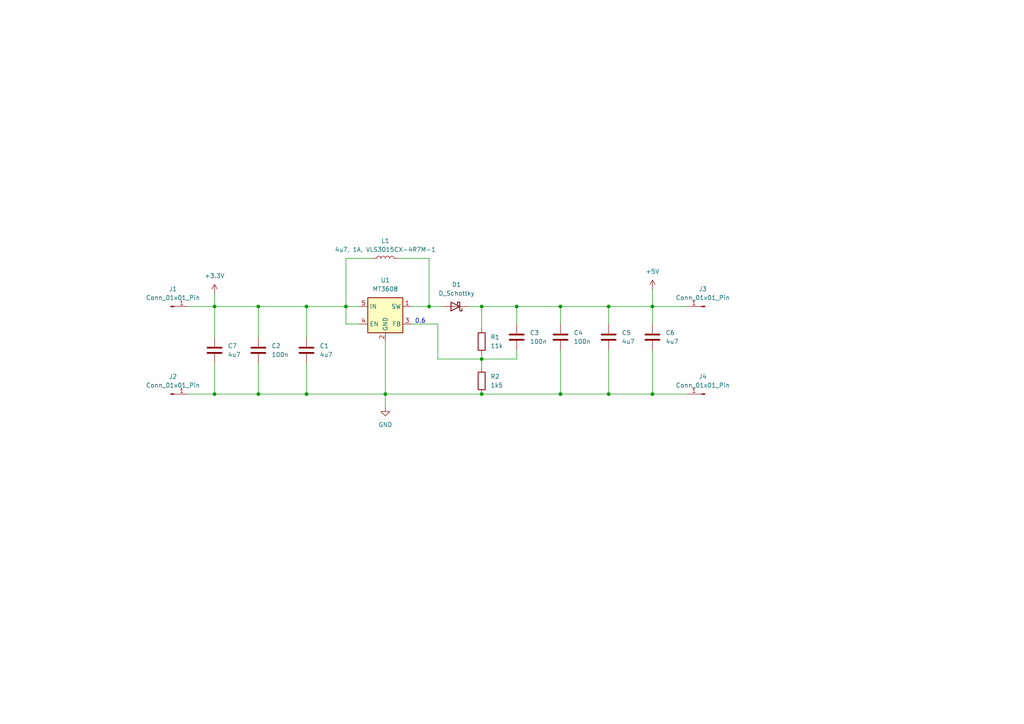
<source format=kicad_sch>
(kicad_sch (version 20231120) (generator "eeschema") (generator_version "8.0")
  (paper "A4")
  (lib_symbols
    (symbol "Connector:Conn_01x01_Pin" (pin_names (offset 1.016) hide)
      (property "Reference" "J" (at 0 2.54 0))
      (property "Value" "Conn_01x01_Pin" (at 0 -2.54 0))
      (symbol "Conn_01x01_Pin_1_1"
        (polyline (pts (xy 1.27 0) (xy 0.8636 0)) (stroke (width 0.1524)))
        (rectangle (start 0.8636 0.127) (end 0 -0.127) (stroke (width 0.1524)) (fill (type outline)))
        (pin passive line (at 5.08 0 180) (length 3.81) (name "Pin_1") (number "1"))
      )
    )
    (symbol "Device:C" (pin_numbers hide) (pin_names (offset 0.254))
      (property "Reference" "C" (at 0.635 2.54 0))
      (property "Value" "C" (at 0.635 -2.54 0))
      (symbol "C_0_1"
        (polyline (pts (xy -2.032 -0.762) (xy 2.032 -0.762)) (stroke (width 0.508)))
        (polyline (pts (xy -2.032 0.762) (xy 2.032 0.762)) (stroke (width 0.508)))
      )
      (symbol "C_1_1"
        (pin passive line (at 0 3.81 270) (length 2.794) (name "~") (number "1"))
        (pin passive line (at 0 -3.81 90) (length 2.794) (name "~") (number "2"))
      )
    )
    (symbol "Device:D_Schottky" (pin_numbers hide) (pin_names (offset 1.016) hide)
      (property "Reference" "D" (at 0 2.54 0))
      (property "Value" "D_Schottky" (at 0 -2.54 0))
      (symbol "D_Schottky_0_1"
        (polyline (pts (xy 1.27 0) (xy -1.27 0)))
        (polyline (pts (xy 1.27 1.27) (xy 1.27 -1.27) (xy -1.27 0) (xy 1.27 1.27)) (stroke (width 0.254)))
        (polyline (pts (xy -1.905 0.635) (xy -1.905 1.27) (xy -1.27 1.27) (xy -1.27 -1.27) (xy -0.635 -1.27) (xy -0.635 -0.635)) (stroke (width 0.254)))
      )
      (symbol "D_Schottky_1_1"
        (pin passive line (at -3.81 0 0) (length 2.54) (name "K") (number "1"))
        (pin passive line (at 3.81 0 180) (length 2.54) (name "A") (number "2"))
      )
    )
    (symbol "Device:L" (pin_numbers hide) (pin_names (offset 1.016) hide)
      (property "Reference" "L" (at -1.27 0 90))
      (property "Value" "L" (at 1.905 0 90))
      (symbol "L_0_1"
        (arc (start 0 -2.54) (mid 0.6323 -1.905) (end 0 -1.27))
        (arc (start 0 -1.27) (mid 0.6323 -0.635) (end 0 0))
        (arc (start 0 0) (mid 0.6323 0.635) (end 0 1.27))
        (arc (start 0 1.27) (mid 0.6323 1.905) (end 0 2.54))
      )
      (symbol "L_1_1"
        (pin passive line (at 0 3.81 270) (length 1.27) (name "1") (number "1"))
        (pin passive line (at 0 -3.81 90) (length 1.27) (name "2") (number "2"))
      )
    )
    (symbol "Device:R" (pin_numbers hide) (pin_names (offset 0))
      (property "Reference" "R" (at 2.032 0 90))
      (property "Value" "R" (at 0 0 90))
      (symbol "R_0_1"
        (rectangle (start -1.016 -2.54) (end 1.016 2.54) (stroke (width 0.254)))
      )
      (symbol "R_1_1"
        (pin passive line (at 0 3.81 270) (length 1.27) (name "~") (number "1"))
        (pin passive line (at 0 -3.81 90) (length 1.27) (name "~") (number "2"))
      )
    )
    (symbol "Regulator_Switching:MT3608"
      (property "Reference" "U" (at -2.54 8.89 0))
      (property "Value" "MT3608" (at -3.81 6.35 0))
      (symbol "MT3608_0_1"
        (rectangle (start -5.08 5.08) (end 5.08 -5.08) (stroke (width 0.254)) (fill (type background)))
      )
      (symbol "MT3608_1_1"
        (pin passive line (at 7.62 2.54 180) (length 2.54) (name "SW") (number "1"))
        (pin power_in line (at 0 -7.62 90) (length 2.54) (name "GND") (number "2"))
        (pin input line (at 7.62 -2.54 180) (length 2.54) (name "FB") (number "3"))
        (pin input line (at -7.62 -2.54 0) (length 2.54) (name "EN") (number "4"))
        (pin power_in line (at -7.62 2.54 0) (length 2.54) (name "IN") (number "5"))
        (pin no_connect line (at 5.08 0 180) (length 2.54) hide (name "NC") (number "6"))
      )
    )
    (symbol "power:+3.3V" (power) (pin_numbers hide) (pin_names (offset 0) hide)
      (property "Value" "+3.3V" (at 0 3.556 0))
      (symbol "+3.3V_0_1"
        (polyline (pts (xy -0.762 1.27) (xy 0 2.54)))
        (polyline (pts (xy 0 0) (xy 0 2.54)))
        (polyline (pts (xy 0 2.54) (xy 0.762 1.27)))
      )
      (symbol "+3.3V_1_1"
        (pin power_in line (at 0 0 90) (length 0) (name "~") (number "1"))
      )
    )
    (symbol "power:+5V" (power) (pin_numbers hide) (pin_names (offset 0) hide)
      (property "Value" "+5V" (at 0 3.556 0))
      (symbol "+5V_0_1"
        (polyline (pts (xy -0.762 1.27) (xy 0 2.54)))
        (polyline (pts (xy 0 0) (xy 0 2.54)))
        (polyline (pts (xy 0 2.54) (xy 0.762 1.27)))
      )
      (symbol "+5V_1_1"
        (pin power_in line (at 0 0 90) (length 0) (name "~") (number "1"))
      )
    )
    (symbol "power:GND" (power) (pin_numbers hide) (pin_names (offset 0) hide)
      (property "Value" "GND" (at 0 -3.81 0))
      (symbol "GND_0_1"
        (polyline (pts (xy 0 0) (xy 0 -1.27) (xy 1.27 -1.27) (xy 0 -2.54) (xy -1.27 -1.27) (xy 0 -1.27)))
      )
      (symbol "GND_1_1"
        (pin power_in line (at 0 0 270) (length 0) (name "~") (number "1"))
      )
    )
  )
  (junction (at 74.93 88.9))
  (junction (at 62.23 114.3))
  (junction (at 139.7 114.3))
  (junction (at 189.23 114.3))
  (junction (at 88.9 114.3))
  (junction (at 124.46 88.9))
  (junction (at 62.23 88.9))
  (junction (at 100.33 88.9))
  (junction (at 111.76 114.3))
  (junction (at 139.7 104.14))
  (junction (at 189.23 88.9))
  (junction (at 176.53 114.3))
  (junction (at 176.53 88.9))
  (junction (at 149.86 88.9))
  (junction (at 162.56 88.9))
  (junction (at 74.93 114.3))
  (junction (at 139.7 88.9))
  (junction (at 162.56 114.3))
  (junction (at 88.9 88.9))
  (wire (pts (xy 149.86 101.6) (xy 149.86 104.14)))
  (wire (pts (xy 176.53 88.9) (xy 189.23 88.9)))
  (wire (pts (xy 162.56 114.3) (xy 139.7 114.3)))
  (wire (pts (xy 111.76 114.3) (xy 111.76 99.06)))
  (wire (pts (xy 100.33 74.93) (xy 100.33 88.9)))
  (wire (pts (xy 88.9 105.41) (xy 88.9 114.3)))
  (wire (pts (xy 139.7 102.87) (xy 139.7 104.14)))
  (wire (pts (xy 139.7 104.14) (xy 139.7 106.68)))
  (wire (pts (xy 74.93 105.41) (xy 74.93 114.3)))
  (wire (pts (xy 149.86 88.9) (xy 149.86 93.98)))
  (wire (pts (xy 139.7 114.3) (xy 111.76 114.3)))
  (wire (pts (xy 74.93 88.9) (xy 74.93 97.79)))
  (wire (pts (xy 119.38 93.98) (xy 127 93.98)))
  (wire (pts (xy 88.9 114.3) (xy 111.76 114.3)))
  (wire (pts (xy 124.46 74.93) (xy 124.46 88.9)))
  (wire (pts (xy 189.23 101.6) (xy 189.23 114.3)))
  (wire (pts (xy 62.23 88.9) (xy 74.93 88.9)))
  (wire (pts (xy 124.46 88.9) (xy 128.27 88.9)))
  (wire (pts (xy 62.23 97.79) (xy 62.23 88.9)))
  (wire (pts (xy 100.33 88.9) (xy 104.14 88.9)))
  (wire (pts (xy 127 104.14) (xy 139.7 104.14)))
  (wire (pts (xy 111.76 114.3) (xy 111.76 118.11)))
  (wire (pts (xy 189.23 88.9) (xy 199.39 88.9)))
  (wire (pts (xy 139.7 88.9) (xy 139.7 95.25)))
  (wire (pts (xy 127 93.98) (xy 127 104.14)))
  (wire (pts (xy 74.93 114.3) (xy 88.9 114.3)))
  (wire (pts (xy 62.23 105.41) (xy 62.23 114.3)))
  (wire (pts (xy 88.9 88.9) (xy 74.93 88.9)))
  (wire (pts (xy 162.56 88.9) (xy 176.53 88.9)))
  (wire (pts (xy 149.86 104.14) (xy 139.7 104.14)))
  (wire (pts (xy 189.23 83.82) (xy 189.23 88.9)))
  (wire (pts (xy 119.38 88.9) (xy 124.46 88.9)))
  (wire (pts (xy 189.23 88.9) (xy 189.23 93.98)))
  (wire (pts (xy 162.56 88.9) (xy 162.56 93.98)))
  (wire (pts (xy 100.33 88.9) (xy 88.9 88.9)))
  (wire (pts (xy 162.56 101.6) (xy 162.56 114.3)))
  (wire (pts (xy 62.23 114.3) (xy 74.93 114.3)))
  (wire (pts (xy 104.14 93.98) (xy 100.33 93.98)))
  (wire (pts (xy 88.9 88.9) (xy 88.9 97.79)))
  (wire (pts (xy 176.53 88.9) (xy 176.53 93.98)))
  (wire (pts (xy 54.61 114.3) (xy 62.23 114.3)))
  (wire (pts (xy 189.23 114.3) (xy 176.53 114.3)))
  (wire (pts (xy 189.23 114.3) (xy 199.39 114.3)))
  (wire (pts (xy 149.86 88.9) (xy 162.56 88.9)))
  (wire (pts (xy 100.33 93.98) (xy 100.33 88.9)))
  (wire (pts (xy 115.57 74.93) (xy 124.46 74.93)))
  (wire (pts (xy 176.53 101.6) (xy 176.53 114.3)))
  (wire (pts (xy 62.23 85.09) (xy 62.23 88.9)))
  (wire (pts (xy 54.61 88.9) (xy 62.23 88.9)))
  (wire (pts (xy 176.53 114.3) (xy 162.56 114.3)))
  (wire (pts (xy 139.7 88.9) (xy 149.86 88.9)))
  (wire (pts (xy 107.95 74.93) (xy 100.33 74.93)))
  (wire (pts (xy 135.89 88.9) (xy 139.7 88.9)))
  (text "0.6" (at 121.92 93.218 0) (effects (font (size 1.27 1.27))))
  (symbol (lib_id "Device:R") (at 139.7 110.49 0) (unit 1)
    (property "Reference" "R2" (at 142.24 109.2199 0) (effects (justify left)))
    (property "Value" "1k5" (at 142.24 111.7599 0) (effects (justify left)))
    (property "Footprint" "Resistor_SMD:R_1206_3216Metric" (effects (hide yes)))
    (property "Description" "Resistor" (effects (hide yes)))
  )
  (symbol (lib_id "Device:L") (at 111.76 74.93 90) (unit 1)
    (property "Reference" "L1" (at 111.76 69.85 90))
    (property "Value" "4u7, 1A, VLS3015CX-4R7M-1" (at 111.76 72.39 90))
    (property "Footprint" "Inductor_SMD:L_Changjiang_FNR3015S" (effects (hide yes)))
    (property "Price" "48" (effects (hide yes)))
    (property "buy" "https://www.chipdip.ru/product0/8017534945" (effects (hide yes)))
    (property "ref" "VLS3015CX-4R7M-1" (effects (hide yes)))
    (property "Наличие" "0" (effects (hide yes)))
  )
  (symbol (lib_id "Device:C") (at 149.86 97.79 0) (unit 1)
    (property "Reference" "C3" (at 153.67 96.5199 0) (effects (justify left)))
    (property "Value" "100n" (at 153.67 99.0599 0) (effects (justify left)))
    (property "Footprint" "Capacitor_SMD:C_0603_1608Metric" (effects (hide yes)))
    (property "Description" "Unpolarized capacitor" (effects (hide yes)))
  )
  (symbol (lib_id "Connector:Conn_01x01_Pin") (at 204.47 88.9 0) (mirror y) (unit 1)
    (property "Reference" "J3" (at 203.835 83.82 0))
    (property "Value" "Conn_01x01_Pin" (at 203.835 86.36 0))
    (property "Footprint" "TestPoint:TestPoint_Pad_2.0x2.0mm" (effects (hide yes)))
    (property "Description" "Generic connector, single row, 01x01, script generated" (effects (hide yes)))
  )
  (symbol (lib_id "Device:C") (at 176.53 97.79 0) (unit 1)
    (property "Reference" "C5" (at 180.34 96.5199 0) (effects (justify left)))
    (property "Value" "4u7" (at 180.34 99.0599 0) (effects (justify left)))
    (property "Footprint" "Capacitor_SMD:C_0805_2012Metric" (effects (hide yes)))
    (property "Description" "Unpolarized capacitor" (effects (hide yes)))
  )
  (symbol (lib_id "power:+5V") (at 189.23 83.82 0) (unit 1)
    (property "Reference" "#PWR02" (effects (hide yes)))
    (property "Value" "+5V" (at 189.23 78.74 0))
    (property "Description" "Power symbol creates a global label with name \"+5V\"" (effects (hide yes)))
  )
  (symbol (lib_id "Device:C") (at 162.56 97.79 0) (unit 1)
    (property "Reference" "C4" (at 166.37 96.5199 0) (effects (justify left)))
    (property "Value" "100n" (at 166.37 99.0599 0) (effects (justify left)))
    (property "Footprint" "Capacitor_SMD:C_0603_1608Metric" (effects (hide yes)))
    (property "Description" "Unpolarized capacitor" (effects (hide yes)))
  )
  (symbol (lib_id "power:+3.3V") (at 62.23 85.09 0) (unit 1)
    (property "Reference" "#PWR01" (effects (hide yes)))
    (property "Value" "+3.3V" (at 62.23 80.01 0))
    (property "Description" "Power symbol creates a global label with name \"+3.3V\"" (effects (hide yes)))
  )
  (symbol (lib_id "Connector:Conn_01x01_Pin") (at 49.53 88.9 0) (unit 1)
    (property "Reference" "J1" (at 50.165 83.82 0))
    (property "Value" "Conn_01x01_Pin" (at 50.165 86.36 0))
    (property "Footprint" "TestPoint:TestPoint_Pad_2.0x2.0mm" (effects (hide yes)))
    (property "Description" "Generic connector, single row, 01x01, script generated" (effects (hide yes)))
  )
  (symbol (lib_id "Device:C") (at 62.23 101.6 0) (unit 1)
    (property "Reference" "C7" (at 66.04 100.3299 0) (effects (justify left)))
    (property "Value" "4u7" (at 66.04 102.8699 0) (effects (justify left)))
    (property "Footprint" "Capacitor_SMD:C_0805_2012Metric" (effects (hide yes)))
    (property "Description" "Unpolarized capacitor" (effects (hide yes)))
  )
  (symbol (lib_id "Device:R") (at 139.7 99.06 0) (unit 1)
    (property "Reference" "R1" (at 142.24 97.7899 0) (effects (justify left)))
    (property "Value" "11k" (at 142.24 100.3299 0) (effects (justify left)))
    (property "Footprint" "Resistor_SMD:R_1206_3216Metric" (effects (hide yes)))
    (property "Description" "Resistor" (effects (hide yes)))
  )
  (symbol (lib_id "power:GND") (at 111.76 118.11 0) (unit 1)
    (property "Reference" "#PWR03" (effects (hide yes)))
    (property "Value" "GND" (at 111.76 123.19 0))
    (property "Description" "Power symbol creates a global label with name \"GND\" , ground" (effects (hide yes)))
  )
  (symbol (lib_id "Regulator_Switching:MT3608") (at 111.76 91.44 0) (unit 1)
    (property "Reference" "U1" (at 111.76 81.28 0))
    (property "Value" "MT3608" (at 111.76 83.82 0))
    (property "Footprint" "Package_TO_SOT_SMD:SOT-23-6" (effects (hide yes)))
    (property "Datasheet" "https://www.olimex.com/Products/Breadboarding/BB-PWR-3608/resources/MT3608.pdf" (effects (hide yes)))
    (property "Description" "High Efficiency 1.2MHz 2A Step Up Converter, 2-24V Vin, 28V Vout, 4A current limit, 1.2MHz, SOT23-6" (effects (hide yes)))
  )
  (symbol (lib_id "Device:C") (at 88.9 101.6 0) (unit 1)
    (property "Reference" "C1" (at 92.71 100.3299 0) (effects (justify left)))
    (property "Value" "4u7" (at 92.71 102.8699 0) (effects (justify left)))
    (property "Footprint" "Capacitor_SMD:C_0805_2012Metric" (effects (hide yes)))
    (property "Description" "Unpolarized capacitor" (effects (hide yes)))
  )
  (symbol (lib_id "Connector:Conn_01x01_Pin") (at 49.53 114.3 0) (unit 1)
    (property "Reference" "J2" (at 50.165 109.22 0))
    (property "Value" "Conn_01x01_Pin" (at 50.165 111.76 0))
    (property "Footprint" "TestPoint:TestPoint_Pad_2.0x2.0mm" (effects (hide yes)))
    (property "Description" "Generic connector, single row, 01x01, script generated" (effects (hide yes)))
  )
  (symbol (lib_id "Device:C") (at 74.93 101.6 0) (unit 1)
    (property "Reference" "C2" (at 78.74 100.3299 0) (effects (justify left)))
    (property "Value" "100n" (at 78.74 102.8699 0) (effects (justify left)))
    (property "Footprint" "Capacitor_SMD:C_0603_1608Metric" (effects (hide yes)))
    (property "Description" "Unpolarized capacitor" (effects (hide yes)))
  )
  (symbol (lib_id "Connector:Conn_01x01_Pin") (at 204.47 114.3 0) (mirror y) (unit 1)
    (property "Reference" "J4" (at 203.835 109.22 0))
    (property "Value" "Conn_01x01_Pin" (at 203.835 111.76 0))
    (property "Footprint" "TestPoint:TestPoint_Pad_2.0x2.0mm" (effects (hide yes)))
    (property "Description" "Generic connector, single row, 01x01, script generated" (effects (hide yes)))
  )
  (symbol (lib_id "Device:D_Schottky") (at 132.08 88.9 180) (unit 1)
    (property "Reference" "D1" (at 132.3975 82.55 0))
    (property "Value" "D_Schottky" (at 132.3975 85.09 0))
    (property "Footprint" "Diode_SMD:D_SMA" (effects (hide yes)))
    (property "Description" "Schottky diode" (effects (hide yes)))
  )
  (symbol (lib_id "Device:C") (at 189.23 97.79 0) (unit 1)
    (property "Reference" "C6" (at 193.04 96.5199 0) (effects (justify left)))
    (property "Value" "4u7" (at 193.04 99.0599 0) (effects (justify left)))
    (property "Footprint" "Capacitor_SMD:C_0805_2012Metric" (effects (hide yes)))
    (property "Description" "Unpolarized capacitor" (effects (hide yes)))
  )
)
</source>
